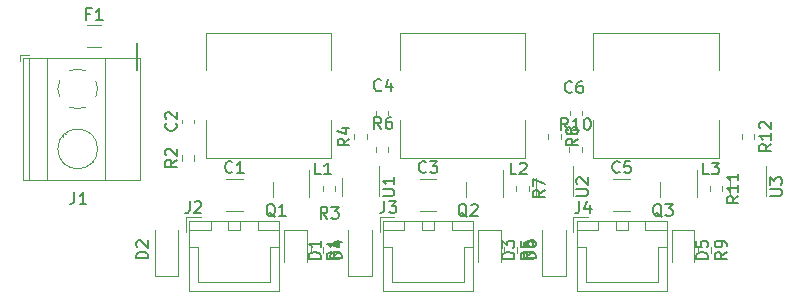
<source format=gbr>
%TF.GenerationSoftware,KiCad,Pcbnew,(6.0.4)*%
%TF.CreationDate,2022-04-02T10:59:53-03:00*%
%TF.ProjectId,SilentFanZeroHAT,53696c65-6e74-4466-916e-5a65726f4841,rev?*%
%TF.SameCoordinates,Original*%
%TF.FileFunction,Legend,Top*%
%TF.FilePolarity,Positive*%
%FSLAX46Y46*%
G04 Gerber Fmt 4.6, Leading zero omitted, Abs format (unit mm)*
G04 Created by KiCad (PCBNEW (6.0.4)) date 2022-04-02 10:59:53*
%MOMM*%
%LPD*%
G01*
G04 APERTURE LIST*
%ADD10C,0.150000*%
%ADD11C,0.120000*%
G04 APERTURE END LIST*
D10*
X210000000Y-102600000D02*
X210000000Y-104900000D01*
%TO.C,D4*%
X227302380Y-120813095D02*
X226302380Y-120813095D01*
X226302380Y-120575000D01*
X226350000Y-120432142D01*
X226445238Y-120336904D01*
X226540476Y-120289285D01*
X226730952Y-120241666D01*
X226873809Y-120241666D01*
X227064285Y-120289285D01*
X227159523Y-120336904D01*
X227254761Y-120432142D01*
X227302380Y-120575000D01*
X227302380Y-120813095D01*
X226635714Y-119384523D02*
X227302380Y-119384523D01*
X226254761Y-119622619D02*
X226969047Y-119860714D01*
X226969047Y-119241666D01*
%TO.C,D2*%
X210902380Y-120813095D02*
X209902380Y-120813095D01*
X209902380Y-120575000D01*
X209950000Y-120432142D01*
X210045238Y-120336904D01*
X210140476Y-120289285D01*
X210330952Y-120241666D01*
X210473809Y-120241666D01*
X210664285Y-120289285D01*
X210759523Y-120336904D01*
X210854761Y-120432142D01*
X210902380Y-120575000D01*
X210902380Y-120813095D01*
X209997619Y-119860714D02*
X209950000Y-119813095D01*
X209902380Y-119717857D01*
X209902380Y-119479761D01*
X209950000Y-119384523D01*
X209997619Y-119336904D01*
X210092857Y-119289285D01*
X210188095Y-119289285D01*
X210330952Y-119336904D01*
X210902380Y-119908333D01*
X210902380Y-119289285D01*
%TO.C,J3*%
X230916666Y-115952380D02*
X230916666Y-116666666D01*
X230869047Y-116809523D01*
X230773809Y-116904761D01*
X230630952Y-116952380D01*
X230535714Y-116952380D01*
X231297619Y-115952380D02*
X231916666Y-115952380D01*
X231583333Y-116333333D01*
X231726190Y-116333333D01*
X231821428Y-116380952D01*
X231869047Y-116428571D01*
X231916666Y-116523809D01*
X231916666Y-116761904D01*
X231869047Y-116857142D01*
X231821428Y-116904761D01*
X231726190Y-116952380D01*
X231440476Y-116952380D01*
X231345238Y-116904761D01*
X231297619Y-116857142D01*
%TO.C,R11*%
X260882380Y-115530357D02*
X260406190Y-115863690D01*
X260882380Y-116101785D02*
X259882380Y-116101785D01*
X259882380Y-115720833D01*
X259930000Y-115625595D01*
X259977619Y-115577976D01*
X260072857Y-115530357D01*
X260215714Y-115530357D01*
X260310952Y-115577976D01*
X260358571Y-115625595D01*
X260406190Y-115720833D01*
X260406190Y-116101785D01*
X260882380Y-114577976D02*
X260882380Y-115149404D01*
X260882380Y-114863690D02*
X259882380Y-114863690D01*
X260025238Y-114958928D01*
X260120476Y-115054166D01*
X260168095Y-115149404D01*
X260882380Y-113625595D02*
X260882380Y-114197023D01*
X260882380Y-113911309D02*
X259882380Y-113911309D01*
X260025238Y-114006547D01*
X260120476Y-114101785D01*
X260168095Y-114197023D01*
%TO.C,U1*%
X230752380Y-115524404D02*
X231561904Y-115524404D01*
X231657142Y-115476785D01*
X231704761Y-115429166D01*
X231752380Y-115333928D01*
X231752380Y-115143452D01*
X231704761Y-115048214D01*
X231657142Y-115000595D01*
X231561904Y-114952976D01*
X230752380Y-114952976D01*
X231752380Y-113952976D02*
X231752380Y-114524404D01*
X231752380Y-114238690D02*
X230752380Y-114238690D01*
X230895238Y-114333928D01*
X230990476Y-114429166D01*
X231038095Y-114524404D01*
%TO.C,U3*%
X263552380Y-115524404D02*
X264361904Y-115524404D01*
X264457142Y-115476785D01*
X264504761Y-115429166D01*
X264552380Y-115333928D01*
X264552380Y-115143452D01*
X264504761Y-115048214D01*
X264457142Y-115000595D01*
X264361904Y-114952976D01*
X263552380Y-114952976D01*
X263552380Y-114572023D02*
X263552380Y-113952976D01*
X263933333Y-114286309D01*
X263933333Y-114143452D01*
X263980952Y-114048214D01*
X264028571Y-114000595D01*
X264123809Y-113952976D01*
X264361904Y-113952976D01*
X264457142Y-114000595D01*
X264504761Y-114048214D01*
X264552380Y-114143452D01*
X264552380Y-114429166D01*
X264504761Y-114524404D01*
X264457142Y-114572023D01*
%TO.C,R12*%
X263652380Y-111142857D02*
X263176190Y-111476190D01*
X263652380Y-111714285D02*
X262652380Y-111714285D01*
X262652380Y-111333333D01*
X262700000Y-111238095D01*
X262747619Y-111190476D01*
X262842857Y-111142857D01*
X262985714Y-111142857D01*
X263080952Y-111190476D01*
X263128571Y-111238095D01*
X263176190Y-111333333D01*
X263176190Y-111714285D01*
X263652380Y-110190476D02*
X263652380Y-110761904D01*
X263652380Y-110476190D02*
X262652380Y-110476190D01*
X262795238Y-110571428D01*
X262890476Y-110666666D01*
X262938095Y-110761904D01*
X262747619Y-109809523D02*
X262700000Y-109761904D01*
X262652380Y-109666666D01*
X262652380Y-109428571D01*
X262700000Y-109333333D01*
X262747619Y-109285714D01*
X262842857Y-109238095D01*
X262938095Y-109238095D01*
X263080952Y-109285714D01*
X263652380Y-109857142D01*
X263652380Y-109238095D01*
%TO.C,R2*%
X213352380Y-112466666D02*
X212876190Y-112800000D01*
X213352380Y-113038095D02*
X212352380Y-113038095D01*
X212352380Y-112657142D01*
X212400000Y-112561904D01*
X212447619Y-112514285D01*
X212542857Y-112466666D01*
X212685714Y-112466666D01*
X212780952Y-112514285D01*
X212828571Y-112561904D01*
X212876190Y-112657142D01*
X212876190Y-113038095D01*
X212447619Y-112085714D02*
X212400000Y-112038095D01*
X212352380Y-111942857D01*
X212352380Y-111704761D01*
X212400000Y-111609523D01*
X212447619Y-111561904D01*
X212542857Y-111514285D01*
X212638095Y-111514285D01*
X212780952Y-111561904D01*
X213352380Y-112133333D01*
X213352380Y-111514285D01*
%TO.C,D1*%
X225502380Y-120838095D02*
X224502380Y-120838095D01*
X224502380Y-120600000D01*
X224550000Y-120457142D01*
X224645238Y-120361904D01*
X224740476Y-120314285D01*
X224930952Y-120266666D01*
X225073809Y-120266666D01*
X225264285Y-120314285D01*
X225359523Y-120361904D01*
X225454761Y-120457142D01*
X225502380Y-120600000D01*
X225502380Y-120838095D01*
X225502380Y-119314285D02*
X225502380Y-119885714D01*
X225502380Y-119600000D02*
X224502380Y-119600000D01*
X224645238Y-119695238D01*
X224740476Y-119790476D01*
X224788095Y-119885714D01*
%TO.C,L1*%
X225533333Y-113702380D02*
X225057142Y-113702380D01*
X225057142Y-112702380D01*
X226390476Y-113702380D02*
X225819047Y-113702380D01*
X226104761Y-113702380D02*
X226104761Y-112702380D01*
X226009523Y-112845238D01*
X225914285Y-112940476D01*
X225819047Y-112988095D01*
%TO.C,Q1*%
X221654761Y-117297619D02*
X221559523Y-117250000D01*
X221464285Y-117154761D01*
X221321428Y-117011904D01*
X221226190Y-116964285D01*
X221130952Y-116964285D01*
X221178571Y-117202380D02*
X221083333Y-117154761D01*
X220988095Y-117059523D01*
X220940476Y-116869047D01*
X220940476Y-116535714D01*
X220988095Y-116345238D01*
X221083333Y-116250000D01*
X221178571Y-116202380D01*
X221369047Y-116202380D01*
X221464285Y-116250000D01*
X221559523Y-116345238D01*
X221607142Y-116535714D01*
X221607142Y-116869047D01*
X221559523Y-117059523D01*
X221464285Y-117154761D01*
X221369047Y-117202380D01*
X221178571Y-117202380D01*
X222559523Y-117202380D02*
X221988095Y-117202380D01*
X222273809Y-117202380D02*
X222273809Y-116202380D01*
X222178571Y-116345238D01*
X222083333Y-116440476D01*
X221988095Y-116488095D01*
%TO.C,R8*%
X247302380Y-110666666D02*
X246826190Y-111000000D01*
X247302380Y-111238095D02*
X246302380Y-111238095D01*
X246302380Y-110857142D01*
X246350000Y-110761904D01*
X246397619Y-110714285D01*
X246492857Y-110666666D01*
X246635714Y-110666666D01*
X246730952Y-110714285D01*
X246778571Y-110761904D01*
X246826190Y-110857142D01*
X246826190Y-111238095D01*
X246730952Y-110095238D02*
X246683333Y-110190476D01*
X246635714Y-110238095D01*
X246540476Y-110285714D01*
X246492857Y-110285714D01*
X246397619Y-110238095D01*
X246350000Y-110190476D01*
X246302380Y-110095238D01*
X246302380Y-109904761D01*
X246350000Y-109809523D01*
X246397619Y-109761904D01*
X246492857Y-109714285D01*
X246540476Y-109714285D01*
X246635714Y-109761904D01*
X246683333Y-109809523D01*
X246730952Y-109904761D01*
X246730952Y-110095238D01*
X246778571Y-110190476D01*
X246826190Y-110238095D01*
X246921428Y-110285714D01*
X247111904Y-110285714D01*
X247207142Y-110238095D01*
X247254761Y-110190476D01*
X247302380Y-110095238D01*
X247302380Y-109904761D01*
X247254761Y-109809523D01*
X247207142Y-109761904D01*
X247111904Y-109714285D01*
X246921428Y-109714285D01*
X246826190Y-109761904D01*
X246778571Y-109809523D01*
X246730952Y-109904761D01*
%TO.C,L3*%
X258383333Y-113702380D02*
X257907142Y-113702380D01*
X257907142Y-112702380D01*
X258621428Y-112702380D02*
X259240476Y-112702380D01*
X258907142Y-113083333D01*
X259050000Y-113083333D01*
X259145238Y-113130952D01*
X259192857Y-113178571D01*
X259240476Y-113273809D01*
X259240476Y-113511904D01*
X259192857Y-113607142D01*
X259145238Y-113654761D01*
X259050000Y-113702380D01*
X258764285Y-113702380D01*
X258669047Y-113654761D01*
X258621428Y-113607142D01*
%TO.C,R5*%
X243482380Y-120266666D02*
X243006190Y-120600000D01*
X243482380Y-120838095D02*
X242482380Y-120838095D01*
X242482380Y-120457142D01*
X242530000Y-120361904D01*
X242577619Y-120314285D01*
X242672857Y-120266666D01*
X242815714Y-120266666D01*
X242910952Y-120314285D01*
X242958571Y-120361904D01*
X243006190Y-120457142D01*
X243006190Y-120838095D01*
X242482380Y-119361904D02*
X242482380Y-119838095D01*
X242958571Y-119885714D01*
X242910952Y-119838095D01*
X242863333Y-119742857D01*
X242863333Y-119504761D01*
X242910952Y-119409523D01*
X242958571Y-119361904D01*
X243053809Y-119314285D01*
X243291904Y-119314285D01*
X243387142Y-119361904D01*
X243434761Y-119409523D01*
X243482380Y-119504761D01*
X243482380Y-119742857D01*
X243434761Y-119838095D01*
X243387142Y-119885714D01*
%TO.C,Q2*%
X237904761Y-117297619D02*
X237809523Y-117250000D01*
X237714285Y-117154761D01*
X237571428Y-117011904D01*
X237476190Y-116964285D01*
X237380952Y-116964285D01*
X237428571Y-117202380D02*
X237333333Y-117154761D01*
X237238095Y-117059523D01*
X237190476Y-116869047D01*
X237190476Y-116535714D01*
X237238095Y-116345238D01*
X237333333Y-116250000D01*
X237428571Y-116202380D01*
X237619047Y-116202380D01*
X237714285Y-116250000D01*
X237809523Y-116345238D01*
X237857142Y-116535714D01*
X237857142Y-116869047D01*
X237809523Y-117059523D01*
X237714285Y-117154761D01*
X237619047Y-117202380D01*
X237428571Y-117202380D01*
X238238095Y-116297619D02*
X238285714Y-116250000D01*
X238380952Y-116202380D01*
X238619047Y-116202380D01*
X238714285Y-116250000D01*
X238761904Y-116297619D01*
X238809523Y-116392857D01*
X238809523Y-116488095D01*
X238761904Y-116630952D01*
X238190476Y-117202380D01*
X238809523Y-117202380D01*
%TO.C,R4*%
X227952380Y-110666666D02*
X227476190Y-111000000D01*
X227952380Y-111238095D02*
X226952380Y-111238095D01*
X226952380Y-110857142D01*
X227000000Y-110761904D01*
X227047619Y-110714285D01*
X227142857Y-110666666D01*
X227285714Y-110666666D01*
X227380952Y-110714285D01*
X227428571Y-110761904D01*
X227476190Y-110857142D01*
X227476190Y-111238095D01*
X227285714Y-109809523D02*
X227952380Y-109809523D01*
X226904761Y-110047619D02*
X227619047Y-110285714D01*
X227619047Y-109666666D01*
%TO.C,C6*%
X246783333Y-106707142D02*
X246735714Y-106754761D01*
X246592857Y-106802380D01*
X246497619Y-106802380D01*
X246354761Y-106754761D01*
X246259523Y-106659523D01*
X246211904Y-106564285D01*
X246164285Y-106373809D01*
X246164285Y-106230952D01*
X246211904Y-106040476D01*
X246259523Y-105945238D01*
X246354761Y-105850000D01*
X246497619Y-105802380D01*
X246592857Y-105802380D01*
X246735714Y-105850000D01*
X246783333Y-105897619D01*
X247640476Y-105802380D02*
X247450000Y-105802380D01*
X247354761Y-105850000D01*
X247307142Y-105897619D01*
X247211904Y-106040476D01*
X247164285Y-106230952D01*
X247164285Y-106611904D01*
X247211904Y-106707142D01*
X247259523Y-106754761D01*
X247354761Y-106802380D01*
X247545238Y-106802380D01*
X247640476Y-106754761D01*
X247688095Y-106707142D01*
X247735714Y-106611904D01*
X247735714Y-106373809D01*
X247688095Y-106278571D01*
X247640476Y-106230952D01*
X247545238Y-106183333D01*
X247354761Y-106183333D01*
X247259523Y-106230952D01*
X247211904Y-106278571D01*
X247164285Y-106373809D01*
%TO.C,J2*%
X214416666Y-115977380D02*
X214416666Y-116691666D01*
X214369047Y-116834523D01*
X214273809Y-116929761D01*
X214130952Y-116977380D01*
X214035714Y-116977380D01*
X214845238Y-116072619D02*
X214892857Y-116025000D01*
X214988095Y-115977380D01*
X215226190Y-115977380D01*
X215321428Y-116025000D01*
X215369047Y-116072619D01*
X215416666Y-116167857D01*
X215416666Y-116263095D01*
X215369047Y-116405952D01*
X214797619Y-116977380D01*
X215416666Y-116977380D01*
%TO.C,F1*%
X206006666Y-100108571D02*
X205673333Y-100108571D01*
X205673333Y-100632380D02*
X205673333Y-99632380D01*
X206149523Y-99632380D01*
X207054285Y-100632380D02*
X206482857Y-100632380D01*
X206768571Y-100632380D02*
X206768571Y-99632380D01*
X206673333Y-99775238D01*
X206578095Y-99870476D01*
X206482857Y-99918095D01*
%TO.C,C4*%
X230633333Y-106557142D02*
X230585714Y-106604761D01*
X230442857Y-106652380D01*
X230347619Y-106652380D01*
X230204761Y-106604761D01*
X230109523Y-106509523D01*
X230061904Y-106414285D01*
X230014285Y-106223809D01*
X230014285Y-106080952D01*
X230061904Y-105890476D01*
X230109523Y-105795238D01*
X230204761Y-105700000D01*
X230347619Y-105652380D01*
X230442857Y-105652380D01*
X230585714Y-105700000D01*
X230633333Y-105747619D01*
X231490476Y-105985714D02*
X231490476Y-106652380D01*
X231252380Y-105604761D02*
X231014285Y-106319047D01*
X231633333Y-106319047D01*
%TO.C,J4*%
X247416666Y-115977380D02*
X247416666Y-116691666D01*
X247369047Y-116834523D01*
X247273809Y-116929761D01*
X247130952Y-116977380D01*
X247035714Y-116977380D01*
X248321428Y-116310714D02*
X248321428Y-116977380D01*
X248083333Y-115929761D02*
X247845238Y-116644047D01*
X248464285Y-116644047D01*
%TO.C,C1*%
X218033333Y-113487142D02*
X217985714Y-113534761D01*
X217842857Y-113582380D01*
X217747619Y-113582380D01*
X217604761Y-113534761D01*
X217509523Y-113439523D01*
X217461904Y-113344285D01*
X217414285Y-113153809D01*
X217414285Y-113010952D01*
X217461904Y-112820476D01*
X217509523Y-112725238D01*
X217604761Y-112630000D01*
X217747619Y-112582380D01*
X217842857Y-112582380D01*
X217985714Y-112630000D01*
X218033333Y-112677619D01*
X218985714Y-113582380D02*
X218414285Y-113582380D01*
X218700000Y-113582380D02*
X218700000Y-112582380D01*
X218604761Y-112725238D01*
X218509523Y-112820476D01*
X218414285Y-112868095D01*
%TO.C,L2*%
X242083333Y-113702380D02*
X241607142Y-113702380D01*
X241607142Y-112702380D01*
X242369047Y-112797619D02*
X242416666Y-112750000D01*
X242511904Y-112702380D01*
X242750000Y-112702380D01*
X242845238Y-112750000D01*
X242892857Y-112797619D01*
X242940476Y-112892857D01*
X242940476Y-112988095D01*
X242892857Y-113130952D01*
X242321428Y-113702380D01*
X242940476Y-113702380D01*
%TO.C,C5*%
X250833333Y-113487142D02*
X250785714Y-113534761D01*
X250642857Y-113582380D01*
X250547619Y-113582380D01*
X250404761Y-113534761D01*
X250309523Y-113439523D01*
X250261904Y-113344285D01*
X250214285Y-113153809D01*
X250214285Y-113010952D01*
X250261904Y-112820476D01*
X250309523Y-112725238D01*
X250404761Y-112630000D01*
X250547619Y-112582380D01*
X250642857Y-112582380D01*
X250785714Y-112630000D01*
X250833333Y-112677619D01*
X251738095Y-112582380D02*
X251261904Y-112582380D01*
X251214285Y-113058571D01*
X251261904Y-113010952D01*
X251357142Y-112963333D01*
X251595238Y-112963333D01*
X251690476Y-113010952D01*
X251738095Y-113058571D01*
X251785714Y-113153809D01*
X251785714Y-113391904D01*
X251738095Y-113487142D01*
X251690476Y-113534761D01*
X251595238Y-113582380D01*
X251357142Y-113582380D01*
X251261904Y-113534761D01*
X251214285Y-113487142D01*
%TO.C,R7*%
X244482380Y-115054166D02*
X244006190Y-115387500D01*
X244482380Y-115625595D02*
X243482380Y-115625595D01*
X243482380Y-115244642D01*
X243530000Y-115149404D01*
X243577619Y-115101785D01*
X243672857Y-115054166D01*
X243815714Y-115054166D01*
X243910952Y-115101785D01*
X243958571Y-115149404D01*
X244006190Y-115244642D01*
X244006190Y-115625595D01*
X243482380Y-114720833D02*
X243482380Y-114054166D01*
X244482380Y-114482738D01*
%TO.C,J1*%
X204666666Y-115202380D02*
X204666666Y-115916666D01*
X204619047Y-116059523D01*
X204523809Y-116154761D01*
X204380952Y-116202380D01*
X204285714Y-116202380D01*
X205666666Y-116202380D02*
X205095238Y-116202380D01*
X205380952Y-116202380D02*
X205380952Y-115202380D01*
X205285714Y-115345238D01*
X205190476Y-115440476D01*
X205095238Y-115488095D01*
%TO.C,R10*%
X246457142Y-109927380D02*
X246123809Y-109451190D01*
X245885714Y-109927380D02*
X245885714Y-108927380D01*
X246266666Y-108927380D01*
X246361904Y-108975000D01*
X246409523Y-109022619D01*
X246457142Y-109117857D01*
X246457142Y-109260714D01*
X246409523Y-109355952D01*
X246361904Y-109403571D01*
X246266666Y-109451190D01*
X245885714Y-109451190D01*
X247409523Y-109927380D02*
X246838095Y-109927380D01*
X247123809Y-109927380D02*
X247123809Y-108927380D01*
X247028571Y-109070238D01*
X246933333Y-109165476D01*
X246838095Y-109213095D01*
X248028571Y-108927380D02*
X248123809Y-108927380D01*
X248219047Y-108975000D01*
X248266666Y-109022619D01*
X248314285Y-109117857D01*
X248361904Y-109308333D01*
X248361904Y-109546428D01*
X248314285Y-109736904D01*
X248266666Y-109832142D01*
X248219047Y-109879761D01*
X248123809Y-109927380D01*
X248028571Y-109927380D01*
X247933333Y-109879761D01*
X247885714Y-109832142D01*
X247838095Y-109736904D01*
X247790476Y-109546428D01*
X247790476Y-109308333D01*
X247838095Y-109117857D01*
X247885714Y-109022619D01*
X247933333Y-108975000D01*
X248028571Y-108927380D01*
%TO.C,C2*%
X213257142Y-109366666D02*
X213304761Y-109414285D01*
X213352380Y-109557142D01*
X213352380Y-109652380D01*
X213304761Y-109795238D01*
X213209523Y-109890476D01*
X213114285Y-109938095D01*
X212923809Y-109985714D01*
X212780952Y-109985714D01*
X212590476Y-109938095D01*
X212495238Y-109890476D01*
X212400000Y-109795238D01*
X212352380Y-109652380D01*
X212352380Y-109557142D01*
X212400000Y-109414285D01*
X212447619Y-109366666D01*
X212447619Y-108985714D02*
X212400000Y-108938095D01*
X212352380Y-108842857D01*
X212352380Y-108604761D01*
X212400000Y-108509523D01*
X212447619Y-108461904D01*
X212542857Y-108414285D01*
X212638095Y-108414285D01*
X212780952Y-108461904D01*
X213352380Y-109033333D01*
X213352380Y-108414285D01*
%TO.C,R1*%
X227082380Y-120266666D02*
X226606190Y-120600000D01*
X227082380Y-120838095D02*
X226082380Y-120838095D01*
X226082380Y-120457142D01*
X226130000Y-120361904D01*
X226177619Y-120314285D01*
X226272857Y-120266666D01*
X226415714Y-120266666D01*
X226510952Y-120314285D01*
X226558571Y-120361904D01*
X226606190Y-120457142D01*
X226606190Y-120838095D01*
X227082380Y-119314285D02*
X227082380Y-119885714D01*
X227082380Y-119600000D02*
X226082380Y-119600000D01*
X226225238Y-119695238D01*
X226320476Y-119790476D01*
X226368095Y-119885714D01*
%TO.C,D3*%
X241902380Y-120838095D02*
X240902380Y-120838095D01*
X240902380Y-120600000D01*
X240950000Y-120457142D01*
X241045238Y-120361904D01*
X241140476Y-120314285D01*
X241330952Y-120266666D01*
X241473809Y-120266666D01*
X241664285Y-120314285D01*
X241759523Y-120361904D01*
X241854761Y-120457142D01*
X241902380Y-120600000D01*
X241902380Y-120838095D01*
X240902380Y-119933333D02*
X240902380Y-119314285D01*
X241283333Y-119647619D01*
X241283333Y-119504761D01*
X241330952Y-119409523D01*
X241378571Y-119361904D01*
X241473809Y-119314285D01*
X241711904Y-119314285D01*
X241807142Y-119361904D01*
X241854761Y-119409523D01*
X241902380Y-119504761D01*
X241902380Y-119790476D01*
X241854761Y-119885714D01*
X241807142Y-119933333D01*
%TO.C,R6*%
X230633333Y-109852380D02*
X230300000Y-109376190D01*
X230061904Y-109852380D02*
X230061904Y-108852380D01*
X230442857Y-108852380D01*
X230538095Y-108900000D01*
X230585714Y-108947619D01*
X230633333Y-109042857D01*
X230633333Y-109185714D01*
X230585714Y-109280952D01*
X230538095Y-109328571D01*
X230442857Y-109376190D01*
X230061904Y-109376190D01*
X231490476Y-108852380D02*
X231300000Y-108852380D01*
X231204761Y-108900000D01*
X231157142Y-108947619D01*
X231061904Y-109090476D01*
X231014285Y-109280952D01*
X231014285Y-109661904D01*
X231061904Y-109757142D01*
X231109523Y-109804761D01*
X231204761Y-109852380D01*
X231395238Y-109852380D01*
X231490476Y-109804761D01*
X231538095Y-109757142D01*
X231585714Y-109661904D01*
X231585714Y-109423809D01*
X231538095Y-109328571D01*
X231490476Y-109280952D01*
X231395238Y-109233333D01*
X231204761Y-109233333D01*
X231109523Y-109280952D01*
X231061904Y-109328571D01*
X231014285Y-109423809D01*
%TO.C,R9*%
X259882380Y-120266666D02*
X259406190Y-120600000D01*
X259882380Y-120838095D02*
X258882380Y-120838095D01*
X258882380Y-120457142D01*
X258930000Y-120361904D01*
X258977619Y-120314285D01*
X259072857Y-120266666D01*
X259215714Y-120266666D01*
X259310952Y-120314285D01*
X259358571Y-120361904D01*
X259406190Y-120457142D01*
X259406190Y-120838095D01*
X259882380Y-119790476D02*
X259882380Y-119600000D01*
X259834761Y-119504761D01*
X259787142Y-119457142D01*
X259644285Y-119361904D01*
X259453809Y-119314285D01*
X259072857Y-119314285D01*
X258977619Y-119361904D01*
X258930000Y-119409523D01*
X258882380Y-119504761D01*
X258882380Y-119695238D01*
X258930000Y-119790476D01*
X258977619Y-119838095D01*
X259072857Y-119885714D01*
X259310952Y-119885714D01*
X259406190Y-119838095D01*
X259453809Y-119790476D01*
X259501428Y-119695238D01*
X259501428Y-119504761D01*
X259453809Y-119409523D01*
X259406190Y-119361904D01*
X259310952Y-119314285D01*
%TO.C,Q3*%
X254404761Y-117297619D02*
X254309523Y-117250000D01*
X254214285Y-117154761D01*
X254071428Y-117011904D01*
X253976190Y-116964285D01*
X253880952Y-116964285D01*
X253928571Y-117202380D02*
X253833333Y-117154761D01*
X253738095Y-117059523D01*
X253690476Y-116869047D01*
X253690476Y-116535714D01*
X253738095Y-116345238D01*
X253833333Y-116250000D01*
X253928571Y-116202380D01*
X254119047Y-116202380D01*
X254214285Y-116250000D01*
X254309523Y-116345238D01*
X254357142Y-116535714D01*
X254357142Y-116869047D01*
X254309523Y-117059523D01*
X254214285Y-117154761D01*
X254119047Y-117202380D01*
X253928571Y-117202380D01*
X254690476Y-116202380D02*
X255309523Y-116202380D01*
X254976190Y-116583333D01*
X255119047Y-116583333D01*
X255214285Y-116630952D01*
X255261904Y-116678571D01*
X255309523Y-116773809D01*
X255309523Y-117011904D01*
X255261904Y-117107142D01*
X255214285Y-117154761D01*
X255119047Y-117202380D01*
X254833333Y-117202380D01*
X254738095Y-117154761D01*
X254690476Y-117107142D01*
%TO.C,C3*%
X234433333Y-113487142D02*
X234385714Y-113534761D01*
X234242857Y-113582380D01*
X234147619Y-113582380D01*
X234004761Y-113534761D01*
X233909523Y-113439523D01*
X233861904Y-113344285D01*
X233814285Y-113153809D01*
X233814285Y-113010952D01*
X233861904Y-112820476D01*
X233909523Y-112725238D01*
X234004761Y-112630000D01*
X234147619Y-112582380D01*
X234242857Y-112582380D01*
X234385714Y-112630000D01*
X234433333Y-112677619D01*
X234766666Y-112582380D02*
X235385714Y-112582380D01*
X235052380Y-112963333D01*
X235195238Y-112963333D01*
X235290476Y-113010952D01*
X235338095Y-113058571D01*
X235385714Y-113153809D01*
X235385714Y-113391904D01*
X235338095Y-113487142D01*
X235290476Y-113534761D01*
X235195238Y-113582380D01*
X234909523Y-113582380D01*
X234814285Y-113534761D01*
X234766666Y-113487142D01*
%TO.C,U2*%
X247152380Y-115524404D02*
X247961904Y-115524404D01*
X248057142Y-115476785D01*
X248104761Y-115429166D01*
X248152380Y-115333928D01*
X248152380Y-115143452D01*
X248104761Y-115048214D01*
X248057142Y-115000595D01*
X247961904Y-114952976D01*
X247152380Y-114952976D01*
X247247619Y-114524404D02*
X247200000Y-114476785D01*
X247152380Y-114381547D01*
X247152380Y-114143452D01*
X247200000Y-114048214D01*
X247247619Y-114000595D01*
X247342857Y-113952976D01*
X247438095Y-113952976D01*
X247580952Y-114000595D01*
X248152380Y-114572023D01*
X248152380Y-113952976D01*
%TO.C,D5*%
X258302380Y-120838095D02*
X257302380Y-120838095D01*
X257302380Y-120600000D01*
X257350000Y-120457142D01*
X257445238Y-120361904D01*
X257540476Y-120314285D01*
X257730952Y-120266666D01*
X257873809Y-120266666D01*
X258064285Y-120314285D01*
X258159523Y-120361904D01*
X258254761Y-120457142D01*
X258302380Y-120600000D01*
X258302380Y-120838095D01*
X257302380Y-119361904D02*
X257302380Y-119838095D01*
X257778571Y-119885714D01*
X257730952Y-119838095D01*
X257683333Y-119742857D01*
X257683333Y-119504761D01*
X257730952Y-119409523D01*
X257778571Y-119361904D01*
X257873809Y-119314285D01*
X258111904Y-119314285D01*
X258207142Y-119361904D01*
X258254761Y-119409523D01*
X258302380Y-119504761D01*
X258302380Y-119742857D01*
X258254761Y-119838095D01*
X258207142Y-119885714D01*
%TO.C,R3*%
X226083333Y-117452380D02*
X225750000Y-116976190D01*
X225511904Y-117452380D02*
X225511904Y-116452380D01*
X225892857Y-116452380D01*
X225988095Y-116500000D01*
X226035714Y-116547619D01*
X226083333Y-116642857D01*
X226083333Y-116785714D01*
X226035714Y-116880952D01*
X225988095Y-116928571D01*
X225892857Y-116976190D01*
X225511904Y-116976190D01*
X226416666Y-116452380D02*
X227035714Y-116452380D01*
X226702380Y-116833333D01*
X226845238Y-116833333D01*
X226940476Y-116880952D01*
X226988095Y-116928571D01*
X227035714Y-117023809D01*
X227035714Y-117261904D01*
X226988095Y-117357142D01*
X226940476Y-117404761D01*
X226845238Y-117452380D01*
X226559523Y-117452380D01*
X226464285Y-117404761D01*
X226416666Y-117357142D01*
%TO.C,D6*%
X243702380Y-120813095D02*
X242702380Y-120813095D01*
X242702380Y-120575000D01*
X242750000Y-120432142D01*
X242845238Y-120336904D01*
X242940476Y-120289285D01*
X243130952Y-120241666D01*
X243273809Y-120241666D01*
X243464285Y-120289285D01*
X243559523Y-120336904D01*
X243654761Y-120432142D01*
X243702380Y-120575000D01*
X243702380Y-120813095D01*
X242702380Y-119384523D02*
X242702380Y-119575000D01*
X242750000Y-119670238D01*
X242797619Y-119717857D01*
X242940476Y-119813095D01*
X243130952Y-119860714D01*
X243511904Y-119860714D01*
X243607142Y-119813095D01*
X243654761Y-119765476D01*
X243702380Y-119670238D01*
X243702380Y-119479761D01*
X243654761Y-119384523D01*
X243607142Y-119336904D01*
X243511904Y-119289285D01*
X243273809Y-119289285D01*
X243178571Y-119336904D01*
X243130952Y-119384523D01*
X243083333Y-119479761D01*
X243083333Y-119670238D01*
X243130952Y-119765476D01*
X243178571Y-119813095D01*
X243273809Y-119860714D01*
D11*
%TO.C,D4*%
X227850000Y-122325000D02*
X229850000Y-122325000D01*
X229850000Y-122325000D02*
X229850000Y-118425000D01*
X227850000Y-122325000D02*
X227850000Y-118425000D01*
%TO.C,D2*%
X211450000Y-122325000D02*
X213450000Y-122325000D01*
X211450000Y-122325000D02*
X211450000Y-118425000D01*
X213450000Y-122325000D02*
X213450000Y-118425000D01*
%TO.C,J3*%
X234100000Y-118375000D02*
X235100000Y-118375000D01*
X230500000Y-117325000D02*
X230500000Y-118575000D01*
X230800000Y-119875000D02*
X231550000Y-119875000D01*
X238400000Y-117625000D02*
X236600000Y-117625000D01*
X238400000Y-118375000D02*
X238400000Y-117625000D01*
X237650000Y-122825000D02*
X234600000Y-122825000D01*
X231550000Y-122825000D02*
X234600000Y-122825000D01*
X238410000Y-123585000D02*
X238410000Y-117615000D01*
X231550000Y-119875000D02*
X231550000Y-122825000D01*
X230800000Y-118375000D02*
X232600000Y-118375000D01*
X238410000Y-117615000D02*
X230790000Y-117615000D01*
X230790000Y-117615000D02*
X230790000Y-123585000D01*
X231750000Y-117325000D02*
X230500000Y-117325000D01*
X237650000Y-119875000D02*
X237650000Y-122825000D01*
X230790000Y-123585000D02*
X238410000Y-123585000D01*
X238400000Y-119875000D02*
X237650000Y-119875000D01*
X235100000Y-117625000D02*
X234100000Y-117625000D01*
X230800000Y-117625000D02*
X230800000Y-118375000D01*
X236600000Y-118375000D02*
X238400000Y-118375000D01*
X232600000Y-118375000D02*
X232600000Y-117625000D01*
X236600000Y-117625000D02*
X236600000Y-118375000D01*
X232600000Y-117625000D02*
X230800000Y-117625000D01*
X234100000Y-117625000D02*
X234100000Y-118375000D01*
X235100000Y-118375000D02*
X235100000Y-117625000D01*
%TO.C,R11*%
X258477500Y-114650242D02*
X258477500Y-115124758D01*
X259522500Y-114650242D02*
X259522500Y-115124758D01*
%TO.C,U1*%
X227340000Y-114762500D02*
X227340000Y-113962500D01*
X227340000Y-114762500D02*
X227340000Y-115562500D01*
X230460000Y-114762500D02*
X230460000Y-112962500D01*
X230460000Y-114762500D02*
X230460000Y-115562500D01*
%TO.C,U3*%
X263260000Y-114762500D02*
X263260000Y-112962500D01*
X260140000Y-114762500D02*
X260140000Y-113962500D01*
X260140000Y-114762500D02*
X260140000Y-115562500D01*
X263260000Y-114762500D02*
X263260000Y-115562500D01*
%TO.C,R12*%
X262222500Y-110737258D02*
X262222500Y-110262742D01*
X261177500Y-110737258D02*
X261177500Y-110262742D01*
%TO.C,R2*%
X214822500Y-112537258D02*
X214822500Y-112062742D01*
X213777500Y-112537258D02*
X213777500Y-112062742D01*
%TO.C,D1*%
X222440000Y-118415000D02*
X222440000Y-121100000D01*
X224360000Y-118415000D02*
X222440000Y-118415000D01*
X224360000Y-121100000D02*
X224360000Y-118415000D01*
%TO.C,L1*%
X226400000Y-112300000D02*
X215800000Y-112300000D01*
X215800000Y-104900000D02*
X215800000Y-101700000D01*
X226400000Y-109100000D02*
X226400000Y-112300000D01*
X215800000Y-112300000D02*
X215800000Y-109100000D01*
X226400000Y-101700000D02*
X226400000Y-104900000D01*
X215800000Y-101700000D02*
X226400000Y-101700000D01*
%TO.C,Q1*%
X221440000Y-115000000D02*
X221440000Y-115650000D01*
X221440000Y-115000000D02*
X221440000Y-114350000D01*
X224560000Y-115000000D02*
X224560000Y-113325000D01*
X224560000Y-115000000D02*
X224560000Y-115650000D01*
%TO.C,R8*%
X244777500Y-110737258D02*
X244777500Y-110262742D01*
X245822500Y-110737258D02*
X245822500Y-110262742D01*
%TO.C,L3*%
X259200000Y-112300000D02*
X248600000Y-112300000D01*
X248600000Y-104900000D02*
X248600000Y-101700000D01*
X259200000Y-109100000D02*
X259200000Y-112300000D01*
X248600000Y-112300000D02*
X248600000Y-109100000D01*
X248600000Y-101700000D02*
X259200000Y-101700000D01*
X259200000Y-101700000D02*
X259200000Y-104900000D01*
%TO.C,R5*%
X242122500Y-119862742D02*
X242122500Y-120337258D01*
X241077500Y-119862742D02*
X241077500Y-120337258D01*
%TO.C,Q2*%
X240960000Y-115000000D02*
X240960000Y-113325000D01*
X240960000Y-115000000D02*
X240960000Y-115650000D01*
X237840000Y-115000000D02*
X237840000Y-115650000D01*
X237840000Y-115000000D02*
X237840000Y-114350000D01*
%TO.C,R4*%
X229422500Y-110737258D02*
X229422500Y-110262742D01*
X228377500Y-110737258D02*
X228377500Y-110262742D01*
%TO.C,C6*%
X246590000Y-108640580D02*
X246590000Y-108359420D01*
X247610000Y-108640580D02*
X247610000Y-108359420D01*
%TO.C,J2*%
X214100000Y-117325000D02*
X214100000Y-118575000D01*
X215150000Y-122825000D02*
X218200000Y-122825000D01*
X218700000Y-118375000D02*
X218700000Y-117625000D01*
X222000000Y-118375000D02*
X222000000Y-117625000D01*
X216200000Y-117625000D02*
X214400000Y-117625000D01*
X214400000Y-117625000D02*
X214400000Y-118375000D01*
X217700000Y-117625000D02*
X217700000Y-118375000D01*
X222010000Y-117615000D02*
X214390000Y-117615000D01*
X220200000Y-118375000D02*
X222000000Y-118375000D01*
X215150000Y-119875000D02*
X215150000Y-122825000D01*
X222000000Y-119875000D02*
X221250000Y-119875000D01*
X218700000Y-117625000D02*
X217700000Y-117625000D01*
X215350000Y-117325000D02*
X214100000Y-117325000D01*
X214400000Y-118375000D02*
X216200000Y-118375000D01*
X221250000Y-122825000D02*
X218200000Y-122825000D01*
X214390000Y-123585000D02*
X222010000Y-123585000D01*
X221250000Y-119875000D02*
X221250000Y-122825000D01*
X216200000Y-118375000D02*
X216200000Y-117625000D01*
X214400000Y-119875000D02*
X215150000Y-119875000D01*
X222010000Y-123585000D02*
X222010000Y-117615000D01*
X214390000Y-117615000D02*
X214390000Y-123585000D01*
X217700000Y-118375000D02*
X218700000Y-118375000D01*
X222000000Y-117625000D02*
X220200000Y-117625000D01*
X220200000Y-117625000D02*
X220200000Y-118375000D01*
%TO.C,F1*%
X205737936Y-101090000D02*
X206942064Y-101090000D01*
X205737936Y-102910000D02*
X206942064Y-102910000D01*
%TO.C,C4*%
X230190000Y-108640580D02*
X230190000Y-108359420D01*
X231210000Y-108640580D02*
X231210000Y-108359420D01*
%TO.C,J4*%
X254800000Y-117625000D02*
X253000000Y-117625000D01*
X253000000Y-117625000D02*
X253000000Y-118375000D01*
X249000000Y-117625000D02*
X247200000Y-117625000D01*
X251500000Y-117625000D02*
X250500000Y-117625000D01*
X247950000Y-122825000D02*
X251000000Y-122825000D01*
X254810000Y-117615000D02*
X247190000Y-117615000D01*
X247190000Y-117615000D02*
X247190000Y-123585000D01*
X246900000Y-117325000D02*
X246900000Y-118575000D01*
X254800000Y-118375000D02*
X254800000Y-117625000D01*
X254050000Y-119875000D02*
X254050000Y-122825000D01*
X250500000Y-118375000D02*
X251500000Y-118375000D01*
X247200000Y-118375000D02*
X249000000Y-118375000D01*
X248150000Y-117325000D02*
X246900000Y-117325000D01*
X253000000Y-118375000D02*
X254800000Y-118375000D01*
X251500000Y-118375000D02*
X251500000Y-117625000D01*
X254810000Y-123585000D02*
X254810000Y-117615000D01*
X250500000Y-117625000D02*
X250500000Y-118375000D01*
X247190000Y-123585000D02*
X254810000Y-123585000D01*
X247200000Y-117625000D02*
X247200000Y-118375000D01*
X247950000Y-119875000D02*
X247950000Y-122825000D01*
X254050000Y-122825000D02*
X251000000Y-122825000D01*
X254800000Y-119875000D02*
X254050000Y-119875000D01*
X247200000Y-119875000D02*
X247950000Y-119875000D01*
X249000000Y-118375000D02*
X249000000Y-117625000D01*
%TO.C,C1*%
X217488748Y-114070000D02*
X218911252Y-114070000D01*
X217488748Y-116790000D02*
X218911252Y-116790000D01*
%TO.C,L2*%
X232200000Y-112300000D02*
X232200000Y-109100000D01*
X232200000Y-104900000D02*
X232200000Y-101700000D01*
X242800000Y-101700000D02*
X242800000Y-104900000D01*
X242800000Y-112300000D02*
X232200000Y-112300000D01*
X242800000Y-109100000D02*
X242800000Y-112300000D01*
X232200000Y-101700000D02*
X242800000Y-101700000D01*
%TO.C,C5*%
X250288748Y-114070000D02*
X251711252Y-114070000D01*
X250288748Y-116790000D02*
X251711252Y-116790000D01*
%TO.C,R7*%
X242077500Y-114650242D02*
X242077500Y-115124758D01*
X243122500Y-114650242D02*
X243122500Y-115124758D01*
%TO.C,J1*%
X203917000Y-110313000D02*
X203871000Y-110266000D01*
X210201000Y-114140000D02*
X200280000Y-114140000D01*
X206009000Y-112815000D02*
X205963000Y-112768000D01*
X203701000Y-110506000D02*
X203666000Y-110471000D01*
X200840000Y-103860000D02*
X200840000Y-114140000D01*
X210201000Y-103860000D02*
X200280000Y-103860000D01*
X200040000Y-103620000D02*
X200040000Y-104120000D01*
X200280000Y-103860000D02*
X200280000Y-114140000D01*
X206215000Y-112610000D02*
X206179000Y-112575000D01*
X202340000Y-103860000D02*
X202340000Y-114140000D01*
X200780000Y-103620000D02*
X200040000Y-103620000D01*
X210201000Y-103860000D02*
X210201000Y-114140000D01*
X207241000Y-103860000D02*
X207241000Y-114140000D01*
X203405000Y-105776000D02*
G75*
G03*
X203259747Y-106488805I1535001J-683999D01*
G01*
X206475000Y-107144000D02*
G75*
G03*
X206475427Y-105776958I-1534993J684001D01*
G01*
X205624000Y-104925000D02*
G75*
G03*
X204256958Y-104924573I-684001J-1534993D01*
G01*
X204256000Y-107995001D02*
G75*
G03*
X205623042Y-107995427I684000J1535001D01*
G01*
X203260000Y-106460000D02*
G75*
G03*
X203405244Y-107143318I1680000J0D01*
G01*
X206620000Y-111540000D02*
G75*
G03*
X206620000Y-111540000I-1680000J0D01*
G01*
%TO.C,R10*%
X247622500Y-111837258D02*
X247622500Y-111362742D01*
X246577500Y-111837258D02*
X246577500Y-111362742D01*
%TO.C,C2*%
X214810000Y-109340580D02*
X214810000Y-109059420D01*
X213790000Y-109340580D02*
X213790000Y-109059420D01*
%TO.C,R1*%
X224677500Y-119862742D02*
X224677500Y-120337258D01*
X225722500Y-119862742D02*
X225722500Y-120337258D01*
%TO.C,D3*%
X240760000Y-121100000D02*
X240760000Y-118415000D01*
X238840000Y-118415000D02*
X238840000Y-121100000D01*
X240760000Y-118415000D02*
X238840000Y-118415000D01*
%TO.C,R6*%
X230177500Y-111837258D02*
X230177500Y-111362742D01*
X231222500Y-111837258D02*
X231222500Y-111362742D01*
%TO.C,R9*%
X258522500Y-119862742D02*
X258522500Y-120337258D01*
X257477500Y-119862742D02*
X257477500Y-120337258D01*
%TO.C,Q3*%
X254240000Y-115000000D02*
X254240000Y-114350000D01*
X257360000Y-115000000D02*
X257360000Y-115650000D01*
X254240000Y-115000000D02*
X254240000Y-115650000D01*
X257360000Y-115000000D02*
X257360000Y-113325000D01*
%TO.C,C3*%
X233888748Y-116790000D02*
X235311252Y-116790000D01*
X233888748Y-114070000D02*
X235311252Y-114070000D01*
%TO.C,U2*%
X246860000Y-114762500D02*
X246860000Y-115562500D01*
X246860000Y-114762500D02*
X246860000Y-112962500D01*
X243740000Y-114762500D02*
X243740000Y-113962500D01*
X243740000Y-114762500D02*
X243740000Y-115562500D01*
%TO.C,D5*%
X255240000Y-118415000D02*
X255240000Y-121100000D01*
X257160000Y-118415000D02*
X255240000Y-118415000D01*
X257160000Y-121100000D02*
X257160000Y-118415000D01*
%TO.C,R3*%
X226722500Y-114650242D02*
X226722500Y-115124758D01*
X225677500Y-114650242D02*
X225677500Y-115124758D01*
%TO.C,D6*%
X244250000Y-122325000D02*
X246250000Y-122325000D01*
X246250000Y-122325000D02*
X246250000Y-118425000D01*
X244250000Y-122325000D02*
X244250000Y-118425000D01*
%TD*%
M02*

</source>
